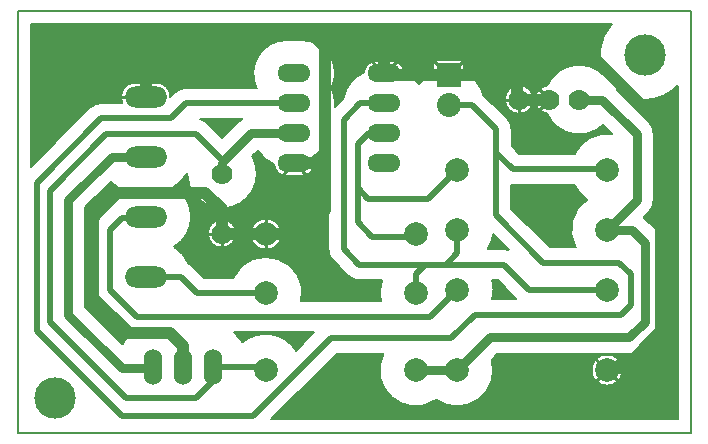
<source format=gbr>
G04 DesignSpark PCB Gerber Version 11.0 Build 5877*
%FSLAX35Y35*%
%MOIN*%
%ADD20O,0.06000X0.12000*%
%ADD71R,0.07874X0.07874*%
%ADD10C,0.00500*%
%ADD11C,0.01000*%
%ADD13C,0.02000*%
%ADD14C,0.03000*%
%ADD12C,0.04000*%
%ADD19C,0.07000*%
%ADD17C,0.07874*%
%ADD70C,0.08000*%
%ADD15C,0.13780*%
%ADD16O,0.11000X0.06000*%
%ADD18O,0.14101X0.07050*%
X0Y0D02*
D02*
D10*
X12848Y11667D02*
X237258D01*
Y152219D01*
X12848D01*
Y11667D01*
X17285Y147781D02*
Y100211D01*
X37131Y120057D01*
G75*
G02*
X40801Y121579I3670J-3665D01*
G01*
X47654D01*
G75*
G02*
X51982Y128372I4328J2018D01*
G01*
X59030D01*
G75*
G02*
X63805Y123596I0J-4776D01*
G01*
G75*
G02*
X63804Y123502I-4774J-7D01*
G01*
X65399Y125096D01*
G75*
G02*
X69069Y126618I3670J-3665D01*
G01*
X92485D01*
G75*
G02*
X102514Y142555I10029J4813D01*
G01*
X107514D01*
G75*
G02*
X117451Y126431I0J-11124D01*
G01*
G75*
G02*
X118638Y121431I-9937J-5000D01*
G01*
G75*
G02*
X118583Y120328I-11124J-1D01*
G01*
X121546Y123291D01*
G75*
G02*
X128273Y131715I10968J-1860D01*
G01*
G75*
G02*
X132514Y135681I4241J-284D01*
G01*
X137514D01*
G75*
G02*
X141754Y131715I0J-4250D01*
G01*
G75*
G02*
X146669Y127749I-4241J-10284D01*
G01*
G75*
G02*
X151362Y131681I9880J-7027D01*
G01*
Y135909D01*
X161736D01*
Y131681D01*
G75*
G02*
X168112Y124370I-5187J-10959D01*
G01*
X175963Y116519D01*
G75*
G02*
X177484Y112848I-3665J-3670D01*
G01*
Y107280D01*
X180076Y104689D01*
X198572D01*
G75*
G02*
X211095Y111283I10812J-5345D01*
G01*
X208069Y114310D01*
G75*
G02*
X189386Y117983I-8055J8381D01*
G01*
G75*
G02*
Y127399I628J4708D01*
G01*
G75*
G02*
X208835Y130261I10628J-4708D01*
G01*
G75*
G02*
X210822Y147781I13069J7390D01*
G01*
X17285D01*
X175264Y122691D02*
G75*
G02*
X184764I4750J0D01*
G01*
G75*
G02*
X175264I-4750J0D01*
G01*
X17535D02*
G36*
X17535Y122691D02*
Y100461D01*
X37131Y120057D01*
G75*
G02*
X40801Y121579I3671J-3667D01*
G01*
X47654D01*
G75*
G02*
X47293Y122691I4328J2018D01*
G01*
X17535D01*
G37*
X118638Y121431D02*
G36*
X118638Y121431D02*
G75*
G02*
X118583Y120328I-11233J4D01*
G01*
X120946Y122691D01*
X118566D01*
G75*
G02*
X118638Y121431I-11054J-1261D01*
G01*
G37*
X175264Y122691D02*
G36*
X175264Y122691D02*
X169791D01*
X175963Y116519D01*
G75*
G02*
X177484Y112848I-3667J-3671D01*
G01*
Y107280D01*
X180076Y104689D01*
X198572D01*
G75*
G02*
X210845Y111317I10813J-5345D01*
G01*
Y111533D01*
X208069Y114310D01*
G75*
G02*
X189386Y117983I-8055J8381D01*
G01*
G75*
G02*
X185264Y122691I628J4708D01*
G01*
X184764D01*
G75*
G02*
X175264I-4750J0D01*
G01*
G37*
X17535Y147531D02*
G36*
X17535Y147531D02*
Y122691D01*
X47293D01*
G75*
G02*
X47207Y123596I4689J906D01*
G01*
G75*
G02*
X51982Y128372I4776J0D01*
G01*
X59030D01*
G75*
G02*
X63805Y123596I0J-4776D01*
G01*
G75*
G02*
Y123573I-2837J-12D01*
G01*
G75*
G02*
X63804Y123502I-2836J-4D01*
G01*
X65399Y125096D01*
G75*
G02*
X69069Y126618I3671J-3667D01*
G01*
X92485D01*
G75*
G02*
X91390Y131431I10029J4813D01*
G01*
G75*
G02*
X102514Y142555I11124J0D01*
G01*
X107514D01*
G75*
G02*
X118638Y131431I0J-11124D01*
G01*
G75*
G02*
X117451Y126431I-11124J0D01*
G01*
G75*
G02*
X118566Y122691I-9938J-5000D01*
G01*
X120946D01*
X121546Y123291D01*
G75*
G02*
X128273Y131715I10969J-1861D01*
G01*
G75*
G02*
X132514Y135681I4241J-284D01*
G01*
X137514D01*
G75*
G02*
X141754Y131715I1J-4249D01*
G01*
G75*
G02*
X146669Y127749I-4239J-10281D01*
G01*
G75*
G02*
X151362Y131681I9877J-7024D01*
G01*
Y135909D01*
X161736D01*
Y131681D01*
G75*
G02*
X168112Y124370I-5188J-10959D01*
G01*
X169791Y122691D01*
X175264D01*
G75*
G02*
X184764I4750J0D01*
G01*
X185264D01*
G75*
G02*
X189386Y127399I4750J0D01*
G01*
G75*
G02*
X208835Y130261I10628J-4709D01*
G01*
G75*
G02*
X206890Y137652I13069J7390D01*
G01*
G75*
G02*
X210598Y147531I15014J0D01*
G01*
X17535D01*
G37*
X35465Y86871D02*
Y53393D01*
X47796Y41062D01*
G75*
G02*
X51081Y45294I10171J-4505D01*
G01*
G75*
G02*
X48942Y46585I1531J4956D01*
G01*
X39892Y55635D01*
G75*
G02*
X38370Y59305I3665J3670D01*
G01*
Y79384D01*
G75*
G02*
X39892Y83054I5187J0D01*
G01*
X40333Y83495D01*
G75*
G02*
X40333Y83596I11688J96D01*
G01*
G75*
G02*
X46006Y93596I11650J0D01*
G01*
G75*
G02*
X43850Y95256I5976J10000D01*
G01*
X35465Y86871D01*
G36*
X35465Y86871D02*
Y53393D01*
X47796Y41062D01*
G75*
G02*
X51081Y45294I10171J-4505D01*
G01*
G75*
G02*
X48942Y46585I1531J4956D01*
G01*
X39892Y55635D01*
G75*
G02*
X38370Y59305I3665J3670D01*
G01*
Y79384D01*
G75*
G02*
X39892Y83054I5187J0D01*
G01*
X40333Y83495D01*
G75*
G02*
X40333Y83596I11688J96D01*
G01*
G75*
G02*
X46006Y93596I11650J0D01*
G01*
G75*
G02*
X43850Y95256I5976J10000D01*
G01*
X35465Y86871D01*
G37*
X69335Y98045D02*
G75*
G02*
X69335Y98165I11624J-17D01*
G01*
G75*
G02*
X65006Y93596I-10306J5433D01*
G01*
G75*
G02*
Y73596I-5976J-10000D01*
G01*
G75*
G02*
X69756Y68143I-5976J-10000D01*
G01*
G75*
G02*
X70928Y67262I-2498J-4546D01*
G01*
X74839Y63350D01*
X84755D01*
G75*
G02*
X107393Y55437I10889J-5187D01*
G01*
X133895D01*
G75*
G02*
X134361Y62425I11749J2727D01*
G01*
X126746D01*
G75*
G02*
X123076Y63947I0J5187D01*
G01*
X117963Y69060D01*
G75*
G02*
X116441Y72730I3665J3670D01*
G01*
Y104794D01*
G75*
G02*
X111754Y101147I-8928J6637D01*
G01*
G75*
G02*
X107514Y97181I-4241J284D01*
G01*
X102514D01*
G75*
G02*
X98273Y101147I0J4250D01*
G01*
G75*
G02*
X93015Y105642I4241J10284D01*
G01*
X91100Y103726D01*
G75*
G02*
X80959Y86421I-10141J-5681D01*
G01*
G75*
G02*
X69335Y98045I0J11624D01*
G01*
X90457Y77848D02*
G75*
G02*
X100831I5187J0D01*
G01*
G75*
G02*
X90457I-5187J0D01*
G01*
X80959Y82795D02*
G75*
G02*
X85709Y78045I0J-4750D01*
G01*
G75*
G02*
X80959Y73295I-4750J0D01*
G01*
G75*
G02*
X76209Y78045I0J4750D01*
G01*
G75*
G02*
X80959Y82795I4750J0D01*
G01*
X65256Y73750D02*
G36*
X65256Y73750D02*
Y73443D01*
G75*
G02*
X69756Y68143I-6227J-9847D01*
G01*
G75*
G02*
X70928Y67262I-2509J-4561D01*
G01*
X74839Y63350D01*
X84755D01*
G75*
G02*
X107705Y58163I10889J-5187D01*
G01*
G75*
G02*
X107448Y55687I-12061J1D01*
G01*
X133840D01*
G75*
G02*
X133583Y58163I11807J2477D01*
G01*
G75*
G02*
X134111Y61693I12065J0D01*
G01*
Y62425D01*
X126746D01*
G75*
G02*
X123076Y63947I1J5188D01*
G01*
X117963Y69060D01*
G75*
G02*
X116441Y72730I3667J3671D01*
G01*
Y77848D01*
X100831D01*
G75*
G02*
X90457I-5187J0D01*
G01*
X85705D01*
G75*
G02*
X80959Y73295I-4746J197D01*
G01*
G75*
G02*
X76213Y77848I0J4750D01*
G01*
X69162D01*
G75*
G02*
X65256Y73750I-10133J5748D01*
G01*
G37*
Y93750D02*
G36*
X65256Y93750D02*
Y93443D01*
G75*
G02*
X70679Y83596I-6226J-9846D01*
G01*
G75*
G02*
X69162Y77848I-11650J0D01*
G01*
X76213D01*
G75*
G02*
X76209Y78045I4748J193D01*
G01*
G75*
G02*
X80959Y82795I4750J0D01*
G01*
G75*
G02*
X85709Y78045I0J-4750D01*
G01*
G75*
G02*
X85705Y77848I-4752J-4D01*
G01*
X90457D01*
G75*
G02*
X100831I5187J0D01*
G01*
X116441D01*
Y104794D01*
G75*
G02*
X111754Y101147I-8926J6635D01*
G01*
G75*
G02*
X107514Y97181I-4241J284D01*
G01*
X102514D01*
G75*
G02*
X98273Y101147I-1J4249D01*
G01*
G75*
G02*
X93172Y105392I4241J10284D01*
G01*
X92765D01*
X91100Y103726D01*
G75*
G02*
X92583Y98045I-10141J-5681D01*
G01*
G75*
G02*
X80959Y86421I-11624J0D01*
G01*
G75*
G02*
X69335Y98045I0J11624D01*
G01*
G75*
G02*
X69335Y98165I1708723J-11219D01*
G01*
G75*
G02*
X65256Y93750I-10310J5436D01*
G01*
G37*
X73780Y116244D02*
G75*
G02*
X75967Y114939I-1483J-4970D01*
G01*
X81097Y109809D01*
X86780Y115492D01*
G75*
G02*
X87710Y116244I4022J-4022D01*
G01*
X73780D01*
G36*
X73780Y116244D02*
G75*
G02*
X75967Y114939I-1483J-4970D01*
G01*
X81097Y109809D01*
X86780Y115492D01*
G75*
G02*
X87710Y116244I4022J-4022D01*
G01*
X73780D01*
G37*
X85135Y45063D02*
G75*
G02*
X87786Y41784I-7169J-8506D01*
G01*
G75*
G02*
X105696Y39016I7739J-9250D01*
G01*
X111743Y45063D01*
X85135D01*
G36*
X85135Y45063D02*
G75*
G02*
X87786Y41784I-7169J-8506D01*
G01*
G75*
G02*
X105696Y39016I7739J-9250D01*
G01*
X111743Y45063D01*
X85135D01*
G37*
X119328Y37976D02*
X97456Y16104D01*
X232821D01*
Y127345D01*
G75*
G02*
X212581Y125882I-10917J10307D01*
G01*
X223169Y115295D01*
G75*
G02*
X224835Y111274I-4021J-4021D01*
G01*
Y89108D01*
G75*
G02*
X223169Y85087I-5687J0D01*
G01*
X221540Y83457D01*
G75*
G02*
X221633Y83366I-3926J-4104D01*
G01*
X225925Y79074D01*
G75*
G02*
X227591Y75053I-4021J-4021D01*
G01*
Y48675D01*
G75*
G02*
X225925Y44654I-5687J0D01*
G01*
X220807Y39536D01*
G75*
G02*
X216781Y37870I-4021J4021D01*
G01*
X172684D01*
X170847Y36033D01*
G75*
G02*
X152415Y22634I-11542J-3500D01*
G01*
G75*
G02*
X134763Y37976I-6890J9900D01*
G01*
X119328D01*
X204118Y32533D02*
G75*
G02*
X214492I5187J0D01*
G01*
G75*
G02*
X204118I-5187J0D01*
G01*
X113885D02*
G36*
X113885Y32533D02*
X97706Y16354D01*
X232571D01*
Y32533D01*
X214492D01*
G75*
G02*
X204118I-5187J0D01*
G01*
X171366D01*
G75*
G02*
X152415Y22634I-12061J0D01*
G01*
G75*
G02*
X133465Y32533I-6890J9900D01*
G01*
X113885D01*
G37*
X119328Y37976D02*
G36*
X119328Y37976D02*
X113885Y32533D01*
X133465D01*
G75*
G02*
X134763Y37976I12062J0D01*
G01*
X119328D01*
G37*
X171366Y32533D02*
G36*
X171366Y32533D02*
X204118D01*
G75*
G02*
X214492I5187J0D01*
G01*
X232571D01*
Y127086D01*
G75*
G02*
X212581Y125882I-10667J10565D01*
G01*
X223169Y115295D01*
G75*
G02*
X224835Y111274I-4022J-4022D01*
G01*
Y89108D01*
G75*
G02*
X223169Y85087I-5688J1D01*
G01*
X221540Y83457D01*
G75*
G02*
X221633Y83366I-3568J-3738D01*
G01*
X225925Y79074D01*
G75*
G02*
X227591Y75053I-4022J-4022D01*
G01*
Y48675D01*
G75*
G02*
X225925Y44654I-5688J1D01*
G01*
X220807Y39536D01*
G75*
G02*
X216781Y37870I-4022J4023D01*
G01*
X172684D01*
X170847Y36033D01*
G75*
G02*
X171366Y32533I-11543J-3500D01*
G01*
G37*
X171084Y62425D02*
G75*
G02*
X171074Y56224I-11662J-3080D01*
G01*
X179066D01*
X172865Y62425D01*
X171084D01*
G36*
X171084Y62425D02*
G75*
G02*
X171074Y56224I-11662J-3080D01*
G01*
X179066D01*
X172865Y62425D01*
X171084D01*
G37*
X171337Y77733D02*
G75*
G02*
X169515Y72799I-11953J1611D01*
G01*
X175014D01*
G75*
G02*
X176483Y72587I0J-5188D01*
G01*
X171337Y77733D01*
G36*
X171337Y77733D02*
G75*
G02*
X169515Y72799I-11953J1611D01*
G01*
X175014D01*
G75*
G02*
X176483Y72587I0J-5188D01*
G01*
X171337Y77733D01*
G37*
X177445Y94337D02*
Y86296D01*
X190194Y73547D01*
X198807D01*
G75*
G02*
X202641Y89344I10576J5797D01*
G01*
G75*
G02*
X198422Y94315I6743J10000D01*
G01*
X177927D01*
G75*
G02*
X177445Y94337I0J5187D01*
G01*
G36*
X177445Y94337D02*
Y86296D01*
X190194Y73547D01*
X198807D01*
G75*
G02*
X202641Y89344I10576J5797D01*
G01*
G75*
G02*
X198422Y94315I6743J10000D01*
G01*
X177927D01*
G75*
G02*
X177445Y94337I0J5187D01*
G01*
G37*
D02*
D11*
X48956Y123596D02*
X46959D01*
X55506Y126622D02*
Y128620D01*
X77959Y78045D02*
X75959D01*
X80959Y75045D02*
Y73045D01*
Y81045D02*
Y83045D01*
X83959Y78045D02*
X85959D01*
X92207Y77848D02*
X90207D01*
X95644Y74411D02*
Y72411D01*
Y81285D02*
Y83285D01*
X99081Y77848D02*
X101081D01*
X102404Y98821D02*
X100838Y97255D01*
X107624Y98821D02*
X109190Y97255D01*
X132404Y134041D02*
X130838Y135607D01*
X137624Y134041D02*
X139190Y135607D01*
X152966Y134306D02*
X151112Y136159D01*
X160133Y134306D02*
X161986Y136159D01*
X177014Y122691D02*
X175014D01*
X180014Y119691D02*
Y117691D01*
Y125691D02*
Y127691D01*
X183014Y122691D02*
X185014D01*
X187893Y120570D02*
X186478Y119156D01*
X187893Y124812D02*
X186478Y126226D01*
X206875Y30103D02*
X205461Y28689D01*
X206875Y34964D02*
X205461Y36378D01*
X211735Y30103D02*
X213150Y28689D01*
X211735Y34964D02*
X213150Y36378D01*
D02*
D12*
X55506Y123596D02*
Y139226D01*
X60624Y144344D01*
X111274D01*
X67967Y33557D02*
Y40407D01*
X63636Y44738D01*
X49856D01*
X38045Y56549D01*
Y83715D01*
X45919Y91589D01*
X75447D01*
X80959Y86077D01*
Y78045D01*
X95447D01*
X95644Y77848D01*
X107455D01*
X115329Y85722D01*
Y101037D01*
X111274Y144344D02*
X129778D01*
X115329Y101037D02*
Y104974D01*
Y140289D01*
X111274Y144344D01*
X115329Y104974D02*
X111785Y101431D01*
X105014D01*
X129778Y144344D02*
X197455D01*
X227415Y114384D01*
Y45526D01*
X215211Y33321D01*
X210093D01*
X209305Y32533D01*
X135014Y131431D02*
Y139108D01*
X129778Y144344D01*
X156549Y130722D02*
X176470D01*
X179384Y127809D01*
Y123321D01*
X180014Y122691D01*
X156549Y130722D02*
X135722D01*
X135014Y131431D01*
X180014Y122691D02*
X190014D01*
D02*
D13*
X55506Y63596D02*
X67258D01*
X72691Y58163D01*
X95644D01*
X77967Y33557D02*
Y28754D01*
X72297Y23085D01*
X49069D01*
X23478Y48675D01*
Y92376D01*
X42376Y111274D01*
X72297D01*
X81451Y102120D01*
X77967Y33557D02*
X94502D01*
X95526Y32533D01*
X115329Y101037D02*
X105014D01*
Y101431D01*
X126234Y89620D02*
Y81746D01*
X130959Y77022D01*
X144817D01*
X145644Y77848D01*
X126234Y93163D02*
Y89620D01*
X135014Y111431D02*
X129935D01*
X126234Y107730D01*
Y93163D01*
X135014Y121431D02*
X127022D01*
X121628Y116037D01*
Y72730D01*
X126746Y67612D01*
X145644D01*
Y58163D02*
Y64581D01*
X148675Y67612D01*
X145644D02*
X148675D01*
X155368D01*
X149659Y89620D02*
X129778D01*
X126234Y93163D01*
X149659Y89620D02*
X159384Y99344D01*
X155368Y67612D02*
X175014D01*
X183321Y59305D01*
X209384D01*
X209423Y59344D01*
X155368Y67612D02*
X155486D01*
X159423Y71549D01*
Y79305D01*
X159384Y79344D01*
X156549Y120722D02*
X164423D01*
X172297Y112848D01*
Y105132D01*
X172376Y105053D01*
X159423Y59344D02*
X159344D01*
X150250Y50250D01*
X52612D01*
X43557Y59305D01*
Y79384D01*
X47494Y83321D01*
X55230D01*
X55506Y83596D01*
X172376Y105053D02*
X172258Y105171D01*
Y84148D01*
X188045Y68360D01*
X213242D01*
X217179Y64423D01*
Y54187D01*
X214030Y51037D01*
X165211D01*
X157337Y43163D01*
X117179D01*
X91195Y17179D01*
X47494D01*
X19148Y45526D01*
Y94738D01*
X40801Y116392D01*
X64030D01*
X69069Y121431D01*
X105014D01*
X209384Y99344D02*
X209226Y99502D01*
X177927D01*
X172376Y105053D01*
D02*
D14*
X55506Y103596D02*
X44148D01*
X29778Y89226D01*
Y51037D01*
X47494Y33321D01*
X57730D01*
X57967Y33557D01*
X81451Y102120D02*
X80959Y101628D01*
Y98045D01*
X105014Y111431D02*
X97494D01*
Y111470D01*
X90801D01*
X81451Y102120D01*
X145526Y32533D02*
X159305D01*
X200014Y122691D02*
X207730D01*
X219148Y111274D01*
Y89108D01*
X209384Y79344D01*
X217612D01*
X221904Y75053D01*
Y48675D01*
X216785Y43557D01*
X170329D01*
X159305Y32533D01*
D02*
D15*
X25447Y23085D03*
X221904Y137652D03*
D02*
D16*
X105014Y101431D03*
Y111431D03*
Y121431D03*
Y131431D03*
X135014Y101431D03*
Y111431D03*
Y121431D03*
Y131431D03*
D02*
D17*
X95526Y32533D03*
X95644Y58163D03*
Y77848D03*
X145526Y32533D03*
X145644Y58163D03*
Y77848D03*
X159305Y32533D03*
X159384Y79344D03*
Y99344D03*
X159423Y59344D03*
X209305Y32533D03*
X209384Y79344D03*
Y99344D03*
X209423Y59344D03*
D02*
D18*
X55506Y63596D03*
Y83596D03*
Y103596D03*
Y123596D03*
D02*
D19*
X80959Y78045D03*
Y98045D03*
X180014Y122691D03*
X190014D03*
X200014D03*
D02*
D70*
X156549Y120722D03*
D02*
D71*
Y130722D03*
D02*
D20*
X57967Y33557D03*
X67967D03*
X77967D03*
X0Y0D02*
M02*

</source>
